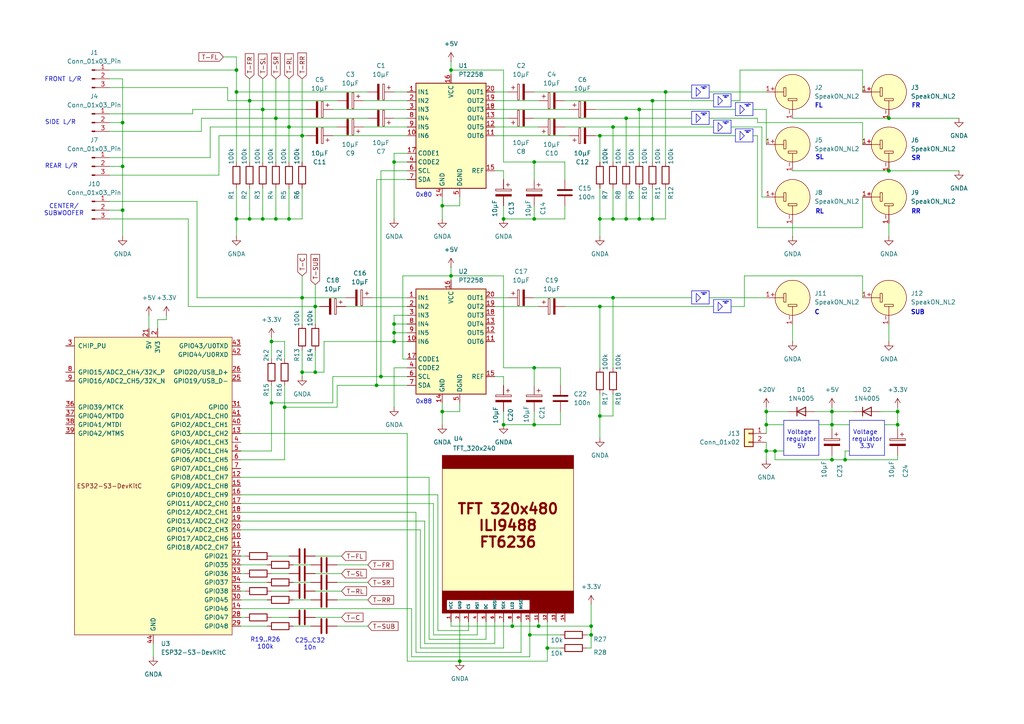
<source format=kicad_sch>
(kicad_sch (version 20250114) (generator "eeschema") (generator_version "9.0")
  (paper "A4")
  (lib_symbols
    (symbol "Audio:PT2258"
      (property "Reference" "U" (at -8.89 16.51 0))
      (property "Value" "PT2258" (at 6.35 16.51 0))
      (symbol "PT2258_1_1"
        (pin input line (at -12.7 12.7 0) (length 2.54) (name "IN1") (number "1"))
        (pin input line (at -12.7 10.16 0) (length 2.54) (name "IN2") (number "2"))
        (pin input line (at -12.7 7.62 0) (length 2.54) (name "IN3") (number "3"))
        (pin input line (at -12.7 5.08 0) (length 2.54) (name "IN4") (number "8"))
        (pin input line (at -12.7 2.54 0) (length 2.54) (name "IN5") (number "9"))
        (pin input line (at -12.7 0 0) (length 2.54) (name "IN6") (number "10"))
        (pin input line (at -12.7 -5.08 0) (length 2.54) (name "CODE1") (number "17"))
        (pin input line (at -12.7 -7.62 0) (length 2.54) (name "CODE2") (number "4"))
        (pin bidirectional line (at -12.7 -10.16 0) (length 2.54) (name "SCL") (number "6"))
        (pin bidirectional line (at -12.7 -12.7 0) (length 2.54) (name "SDA") (number "7"))
        (pin power_in line (at -2.54 -17.78 90) (length 2.54) (name "GND") (number "14"))
        (pin power_in line (at 0 17.78 270) (length 2.54) (name "VCC") (number "16"))
        (pin power_in line (at 2.54 -17.78 90) (length 2.54) (name "DGND") (number "5"))
        (pin output line (at 12.7 12.7 180) (length 2.54) (name "OUT1") (number "20"))
        (pin output line (at 12.7 10.16 180) (length 2.54) (name "OUT2") (number "19"))
        (pin output line (at 12.7 7.62 180) (length 2.54) (name "OUT3") (number "18"))
        (pin output line (at 12.7 5.08 180) (length 2.54) (name "OUT4") (number "13"))
        (pin output line (at 12.7 2.54 180) (length 2.54) (name "OUT5") (number "12"))
        (pin output line (at 12.7 0 180) (length 2.54) (name "OUT6") (number "11"))
        (pin output line (at 12.7 -10.16 180) (length 2.54) (name "REF") (number "15"))
      )
    )
    (symbol "Connector:Conn_01x03_Pin" (pin_names (offset 1.016) (hide yes))
      (property "Reference" "J" (at 0 5.08 0))
      (property "Value" "Conn_01x03_Pin" (at 0 -5.08 0))
      (symbol "Conn_01x03_Pin_1_1"
        (pin passive line (at 5.08 2.54 180) (length 3.81) (name "Pin_1") (number "1"))
        (pin passive line (at 5.08 0 180) (length 3.81) (name "Pin_2") (number "2"))
        (pin passive line (at 5.08 -2.54 180) (length 3.81) (name "Pin_3") (number "3"))
      )
    )
    (symbol "Connector_Audio:SpeakON_NL2" (pin_names (hide yes))
      (property "Reference" "J" (at 2.54 8.89 0))
      (property "Value" "SpeakON_NL2" (at 7.62 6.35 0))
      (symbol "SpeakON_NL2_0_1"
        (pin passive line (at -7.62 0 0) (length 2.54) (name "1-") (number "1-"))
      )
      (symbol "SpeakON_NL2_1_1"
        (pin passive line (at 0 7.62 270) (length 2.54) (name "1+") (number "1+"))
      )
    )
    (symbol "Connector_Generic:Conn_01x02" (pin_names (offset 1.016) (hide yes))
      (property "Reference" "J" (at 0 2.54 0))
      (property "Value" "Conn_01x02" (at 0 -5.08 0))
      (symbol "Conn_01x02_1_1"
        (pin passive line (at -5.08 0 0) (length 3.81) (name "Pin_1") (number "1"))
        (pin passive line (at -5.08 -2.54 0) (length 3.81) (name "Pin_2") (number "2"))
      )
    )
    (symbol "Device:C" (pin_numbers (hide yes)) (pin_names (offset 0.254))
      (property "Reference" "C" (at 0.635 2.54 0))
      (property "Value" "C" (at 0.635 -2.54 0))
      (symbol "C_1_1"
        (pin passive line (at 0 3.81 270) (length 2.794) (name "~") (number "1"))
        (pin passive line (at 0 -3.81 90) (length 2.794) (name "~") (number "2"))
      )
    )
    (symbol "Device:C_Polarized" (pin_numbers (hide yes)) (pin_names (offset 0.254))
      (property "Reference" "C" (at 0.635 2.54 0))
      (property "Value" "C_Polarized" (at 0.635 -2.54 0))
      (symbol "C_Polarized_1_1"
        (pin passive line (at 0 3.81 270) (length 2.794) (name "~") (number "1"))
        (pin passive line (at 0 -3.81 90) (length 2.794) (name "~") (number "2"))
      )
    )
    (symbol "Device:D" (pin_numbers (hide yes)) (pin_names (offset 1.016) (hide yes))
      (property "Reference" "D" (at 0 2.54 0))
      (property "Value" "D" (at 0 -2.54 0))
      (symbol "D_1_1"
        (pin passive line (at -3.81 0 0) (length 2.54) (name "K") (number "1"))
        (pin passive line (at 3.81 0 180) (length 2.54) (name "A") (number "2"))
      )
    )
    (symbol "Device:R" (pin_numbers (hide yes)) (pin_names (offset 0))
      (property "Reference" "R" (at 2.032 0 90))
      (property "Value" "R" (at 0 0 90))
      (symbol "R_1_1"
        (pin passive line (at 0 3.81 270) (length 1.27) (name "~") (number "1"))
        (pin passive line (at 0 -3.81 90) (length 1.27) (name "~") (number "2"))
      )
    )
    (symbol "Espressif:ESP32-S3-DevKitC" (pin_names (offset 1.016))
      (property "Reference" "U" (at -22.86 48.26 0))
      (property "Value" "ESP32-S3-DevKitC" (at -22.86 45.72 0))
      (symbol "ESP32-S3-DevKitC_0_0"
        (text "ESP32-S3-DevKitC" (at -12.7 0 0) (effects (font (size 1.27 1.27))))
        (pin bidirectional line (at -25.4 15.24 0) (length 2.54) (name "GPIO42/MTMS") (number "39"))
        (pin power_in line (at 0 -45.72 90) (length 2.54) (name "GND") (number "44"))
        (pin bidirectional line (at 25.4 40.64 180) (length 2.54) (name "GPIO43/U0TXD") (number "43"))
        (pin bidirectional line (at 25.4 38.1 180) (length 2.54) (name "GPIO44/U0RXD") (number "42"))
        (pin bidirectional line (at 25.4 20.32 180) (length 2.54) (name "GPIO1/ADC1_CH0") (number "41"))
        (pin bidirectional line (at 25.4 17.78 180) (length 2.54) (name "GPIO2/ADC1_CH1") (number "40"))
        (pin bidirectional line (at 25.4 -10.16 180) (length 2.54) (name "GPIO13/ADC2_CH2") (number "19"))
        (pin bidirectional line (at 25.4 -35.56 180) (length 2.54) (name "GPIO46") (number "14"))
      )
      (symbol "ESP32-S3-DevKitC_0_1"
        (pin power_in line (at 1.27 45.72 270) (length 2.54) (name "3V3") (number "2"))
      )
      (symbol "ESP32-S3-DevKitC_1_1"
        (pin input line (at -25.4 40.64 0) (length 2.54) (name "CHIP_PU") (number "3"))
        (pin bidirectional line (at -25.4 33.02 0) (length 2.54) (name "GPIO15/ADC2_CH4/32K_P") (number "8"))
        (pin bidirectional line (at -25.4 30.48 0) (length 2.54) (name "GPIO16/ADC2_CH5/32K_N") (number "9"))
        (pin bidirectional line (at -25.4 22.86 0) (length 2.54) (name "GPIO39/MTCK") (number "36"))
        (pin bidirectional line (at -25.4 20.32 0) (length 2.54) (name "GPIO40/MTDO") (number "37"))
        (pin bidirectional line (at -25.4 17.78 0) (length 2.54) (name "GPIO41/MTDI") (number "38"))
        (pin power_in line (at -1.27 45.72 270) (length 2.54) (name "5V") (number "21"))
        (pin passive line (at 0 -45.72 90) (length 2.54) (hide yes) (name "GND") (number "22"))
        (pin passive line (at 0 -45.72 90) (length 2.54) (hide yes) (name "GND") (number "23"))
        (pin passive line (at 0 -45.72 90) (length 2.54) (hide yes) (name "GND") (number "24"))
        (pin passive line (at 1.27 45.72 270) (length 2.54) (hide yes) (name "3V3") (number "1"))
        (pin bidirectional line (at 25.4 33.02 180) (length 2.54) (name "GPIO20/USB_D+") (number "26"))
        (pin bidirectional line (at 25.4 30.48 180) (length 2.54) (name "GPIO19/USB_D-") (number "25"))
        (pin bidirectional line (at 25.4 22.86 180) (length 2.54) (name "GPIO0") (number "31"))
        (pin bidirectional line (at 25.4 15.24 180) (length 2.54) (name "GPIO3/ADC1_CH2") (number "13"))
        (pin bidirectional line (at 25.4 12.7 180) (length 2.54) (name "GPIO4/ADC1_CH3") (number "4"))
        (pin bidirectional line (at 25.4 10.16 180) (length 2.54) (name "GPIO5/ADC1_CH4") (number "5"))
        (pin bidirectional line (at 25.4 7.62 180) (length 2.54) (name "GPIO6/ADC1_CH5") (number "6"))
        (pin bidirectional line (at 25.4 5.08 180) (length 2.54) (name "GPIO7/ADC1_CH6") (number "7"))
        (pin bidirectional line (at 25.4 2.54 180) (length 2.54) (name "GPIO8/ADC1_CH7") (number "12"))
        (pin bidirectional line (at 25.4 0 180) (length 2.54) (name "GPIO9/ADC1_CH8") (number "15"))
        (pin bidirectional line (at 25.4 -2.54 180) (length 2.54) (name "GPIO10/ADC1_CH9") (number "16"))
        (pin bidirectional line (at 25.4 -5.08 180) (length 2.54) (name "GPIO11/ADC2_CH0") (number "17"))
        (pin bidirectional line (at 25.4 -7.62 180) (length 2.54) (name "GPIO12/ADC2_CH1") (number "18"))
        (pin bidirectional line (at 25.4 -12.7 180) (length 2.54) (name "GPIO14/ADC2_CH3") (number "20"))
        (pin bidirectional line (at 25.4 -15.24 180) (length 2.54) (name "GPIO17/ADC2_CH6") (number "10"))
        (pin bidirectional line (at 25.4 -17.78 180) (length 2.54) (name "GPIO18/ADC2_CH7") (number "11"))
        (pin bidirectional line (at 25.4 -20.32 180) (length 2.54) (name "GPIO21") (number "27"))
        (pin bidirectional line (at 25.4 -22.86 180) (length 2.54) (name "GPIO35") (number "32"))
        (pin bidirectional line (at 25.4 -25.4 180) (length 2.54) (name "GPIO36") (number "33"))
        (pin bidirectional line (at 25.4 -27.94 180) (length 2.54) (name "GPIO37") (number "34"))
        (pin bidirectional line (at 25.4 -30.48 180) (length 2.54) (name "GPIO38") (number "35"))
        (pin bidirectional line (at 25.4 -33.02 180) (length 2.54) (name "GPIO45") (number "30"))
        (pin bidirectional line (at 25.4 -38.1 180) (length 2.54) (name "GPIO47") (number "28"))
        (pin bidirectional line (at 25.4 -40.64 180) (length 2.54) (name "GPIO48") (number "29"))
      )
    )
    (symbol "power:+24V" (power) (pin_numbers (hide yes)) (pin_names (offset 0) (hide yes))
      (property "Value" "+24V" (at 0 3.556 0))
      (symbol "+24V_1_1"
        (pin power_in line (at 0 0 90) (length 0) (name "~") (number "1"))
      )
    )
    (symbol "power:+3.3V" (power) (pin_numbers (hide yes)) (pin_names (offset 0) (hide yes))
      (property "Value" "+3.3V" (at 0 3.556 0))
      (symbol "+3.3V_1_1"
        (pin power_in line (at 0 0 90) (length 0) (name "~") (number "1"))
      )
    )
    (symbol "power:+5V" (power) (pin_numbers (hide yes)) (pin_names (offset 0) (hide yes))
      (property "Value" "+5V" (at 0 3.556 0))
      (symbol "+5V_1_1"
        (pin power_in line (at 0 0 90) (length 0) (name "~") (number "1"))
      )
    )
    (symbol "power:GNDA" (power) (pin_numbers (hide yes)) (pin_names (offset 0) (hide yes))
      (property "Value" "GNDA" (at 0 -3.81 0))
      (symbol "GNDA_1_1"
        (pin power_in line (at 0 0 270) (length 0) (name "~") (number "1"))
      )
    )
    (symbol "tft_320x240:TFT_320x240" (pin_names (offset 1.016))
      (property "Reference" "U4" (at -15.748 50.546 0))
      (property "Value" "TFT_320x240" (at -16.002 47.752 0))
      (symbol "TFT_320x240_1_1"
        (text "TFT 320x480\nILI9488\nFT6236" (at 0 25.4 0) (effects (font (size 2.9972 2.9972) (bold yes))))
        (pin power_in line (at -16.51 -2.54 90) (length 2.54) (name "VCC") (number "1"))
        (pin bidirectional line (at -13.97 -2.54 90) (length 2.54) (name "GND") (number "2"))
        (pin bidirectional line (at -11.43 -2.54 90) (length 2.54) (name "CS") (number "3"))
        (pin bidirectional line (at -8.89 -2.54 90) (length 2.54) (name "RST") (number "4"))
        (pin bidirectional line (at -6.35 -2.54 90) (length 2.54) (name "DC") (number "5"))
        (pin bidirectional line (at -3.81 -2.54 90) (length 2.54) (name "MOSI") (number "6"))
        (pin bidirectional line (at -1.27 -2.54 90) (length 2.54) (name "SCK") (number "7"))
        (pin power_in line (at 1.27 -2.54 90) (length 2.54) (name "LED") (number "8"))
        (pin bidirectional line (at 3.81 -2.54 90) (length 2.54) (name "MISO") (number "9"))
        (pin bidirectional line (at 6.35 -2.54 90) (length 2.54) (name "~") (number "10"))
        (pin bidirectional line (at 8.89 -2.54 90) (length 2.54) (name "~") (number "11"))
        (pin bidirectional line (at 11.43 -2.54 90) (length 2.54) (name "~") (number "12"))
        (pin bidirectional line (at 13.97 -2.54 90) (length 2.54) (name "~") (number "13"))
        (pin bidirectional line (at 16.51 -2.54 90) (length 2.54) (name "~") (number "14"))
      )
    )
  )
  (text "Amplifier\n60W" (at 210.5147 35.8377 0) (effects (font (size 0.2794 0.2794))))
  (text "0x80" (at 122.936 56.642 0) (effects (font (size 1.27 1.27))))
  (text "Voltage \nregulator\n5V" (at 232.41 127.508 0) (effects (font (size 1.27 1.27))))
  (text "CENTER/\nSUBWOOFER\n" (at 18.542 60.96 0) (effects (font (size 1.27 1.27))))
  (text "SR" (at 265.684 45.974 0) (effects (font (size 1.27 1.27) (thickness 0.254) (bold yes))))
  (text "REAR L/R" (at 17.78 48.26 0) (effects (font (size 1.27 1.27))))
  (text "SIDE L/R" (at 17.526 35.56 0) (effects (font (size 1.27 1.27))))
  (text "R19..R26\n100k" (at 76.962 186.69 0) (effects (font (size 1.27 1.27))))
  (text "C25..C32\n10n" (at 89.916 186.944 0) (effects (font (size 1.27 1.27))))
  (text "Amplifier\n60W" (at 216.8647 30.7577 0) (effects (font (size 0.2794 0.2794))))
  (text "Amplifier\n60W" (at 210.5147 87.9077 0) (effects (font (size 0.2794 0.2794))))
  (text "FRONT L/R" (at 18.288 23.114 0) (effects (font (size 1.27 1.27))))
  (text "FR" (at 265.684 30.734 0) (effects (font (size 1.27 1.27) (thickness 0.254) (bold yes))))
  (text "FL" (at 237.49 30.734 0) (effects (font (size 1.27 1.27) (thickness 0.254) (bold yes))))
  (text "RL" (at 237.744 61.468 0) (effects (font (size 1.27 1.27) (thickness 0.254) (bold yes))))
  (text "Amplifier\n60W" (at 204.1647 25.6777 0) (effects (font (size 0.2794 0.2794))))
  (text "RR" (at 265.684 61.468 0) (effects (font (size 1.27 1.27) (thickness 0.254) (bold yes))))
  (text "Voltage \nregulator\n3.3V" (at 251.46 127.508 0) (effects (font (size 1.27 1.27))))
  (text "SL" (at 237.744 45.72 0) (effects (font (size 1.27 1.27) (thickness 0.254) (bold yes))))
  (text "0x88" (at 122.936 116.586 0) (effects (font (size 1.27 1.27))))
  (text "Amplifier\n60W" (at 204.1647 33.2977 0) (effects (font (size 0.2794 0.2794))))
  (text "Amplifier\n60W" (at 216.8647 38.3777 0) (effects (font (size 0.2794 0.2794))))
  (text "Amplifier\n60W" (at 204.1647 85.3677 0) (effects (font (size 0.2794 0.2794))))
  (text "C" (at 236.982 90.678 0) (effects (font (size 1.27 1.27) (thickness 0.254) (bold yes))))
  (text "Amplifier\n60W" (at 210.5147 28.2177 0) (effects (font (size 0.2794 0.2794))))
  (text "SUB" (at 266.192 90.678 0) (effects (font (size 1.27 1.27) (thickness 0.254) (bold yes))))
  (junction (at 114.3 96.52))
  (junction (at 114.3 93.98))
  (junction (at 173.99 39.37))
  (junction (at 91.44 88.9))
  (junction (at 171.45 184.15))
  (junction (at 193.04 26.67))
  (junction (at 173.99 88.9))
  (junction (at 154.94 123.19))
  (junction (at 185.42 63.5))
  (junction (at 130.81 20.32))
  (junction (at 72.39 29.21))
  (junction (at 241.3 123.19))
  (junction (at 72.39 63.5))
  (junction (at 130.81 80.01))
  (junction (at 80.01 34.29))
  (junction (at 83.82 36.83))
  (junction (at 78.74 116.84))
  (junction (at 80.01 63.5))
  (junction (at 76.2 31.75))
  (junction (at 68.58 63.5))
  (junction (at 68.58 20.32))
  (junction (at 114.3 46.99))
  (junction (at 257.81 49.53))
  (junction (at 156.21 181.61))
  (junction (at 222.25 130.81))
  (junction (at 177.8 63.5))
  (junction (at 76.2 63.5))
  (junction (at 154.94 106.68))
  (junction (at 185.42 31.75))
  (junction (at 257.81 34.29))
  (junction (at 148.59 181.61))
  (junction (at 222.25 123.19))
  (junction (at 35.56 48.26))
  (junction (at 91.44 107.95))
  (junction (at 87.63 107.95))
  (junction (at 181.61 34.29))
  (junction (at 78.74 99.06))
  (junction (at 153.67 184.15))
  (junction (at 128.27 119.38))
  (junction (at 110.49 109.22))
  (junction (at 35.56 60.96))
  (junction (at 260.35 119.38))
  (junction (at 260.35 123.19))
  (junction (at 128.27 59.69))
  (junction (at 177.8 86.36))
  (junction (at 146.05 63.5))
  (junction (at 87.63 86.36))
  (junction (at 154.94 63.5))
  (junction (at 189.23 63.5))
  (junction (at 224.79 130.81))
  (junction (at 173.99 120.65))
  (junction (at 83.82 63.5))
  (junction (at 241.3 133.35))
  (junction (at 114.3 99.06))
  (junction (at 146.05 123.19))
  (junction (at 181.61 63.5))
  (junction (at 222.25 119.38))
  (junction (at 82.55 118.11))
  (junction (at 68.58 26.67))
  (junction (at 245.11 133.35))
  (junction (at 171.45 181.61))
  (junction (at 109.22 111.76))
  (junction (at 241.3 119.38))
  (junction (at 189.23 29.21))
  (junction (at 173.99 63.5))
  (junction (at 177.8 36.83))
  (junction (at 133.35 191.77))
  (junction (at 154.94 46.99))
  (junction (at 158.75 187.96))
  (junction (at 87.63 39.37))
  (junction (at 35.56 35.56))
  (wire (pts (xy 57.15 58.42) (xy 57.15 86.36)))
  (polyline (pts (xy 214.63 30.48) (xy 215.9 31.75)))
  (polyline (pts (xy 213.3087 41.1717) (xy 218.3887 41.1717)))
  (wire (pts (xy 78.74 97.79) (xy 78.74 99.06)))
  (wire (pts (xy 185.42 54.61) (xy 185.42 63.5)))
  (wire (pts (xy 57.15 86.36) (xy 87.63 86.36)))
  (wire (pts (xy 241.3 119.38) (xy 241.3 123.19)))
  (wire (pts (xy 222.25 41.91) (xy 222.25 31.75)))
  (wire (pts (xy 96.52 109.22) (xy 110.49 109.22)))
  (wire (pts (xy 100.33 88.9) (xy 118.11 88.9)))
  (wire (pts (xy 72.39 22.86) (xy 72.39 29.21)))
  (wire (pts (xy 222.25 128.27) (xy 222.25 130.81)))
  (wire (pts (xy 256.54 123.19) (xy 260.35 123.19)))
  (wire (pts (xy 146.05 187.96) (xy 121.92 187.96)))
  (wire (pts (xy 146.05 80.01) (xy 130.81 80.01)))
  (wire (pts (xy 143.51 39.37) (xy 165.1 39.37)))
  (polyline (pts (xy 208.28 35.56) (xy 209.55 36.83)))
  (wire (pts (xy 118.11 44.45) (xy 114.3 44.45)))
  (wire (pts (xy 114.3 34.29) (xy 118.11 34.29)))
  (wire (pts (xy 110.49 109.22) (xy 110.49 49.53)))
  (wire (pts (xy 91.44 93.98) (xy 91.44 88.9)))
  (polyline (pts (xy 218.3887 29.7417) (xy 218.3887 33.5517)))
  (wire (pts (xy 109.22 52.07) (xy 118.11 52.07)))
  (wire (pts (xy 241.3 118.11) (xy 241.3 119.38)))
  (wire (pts (xy 87.63 54.61) (xy 87.63 63.5)))
  (wire (pts (xy 162.56 111.76) (xy 162.56 106.68)))
  (wire (pts (xy 124.46 185.42) (xy 124.46 138.43)))
  (wire (pts (xy 31.75 33.02) (xy 55.88 33.02)))
  (wire (pts (xy 133.35 191.77) (xy 158.75 191.77)))
  (polyline (pts (xy 227.33 121.92) (xy 227.33 132.08)))
  (wire (pts (xy 69.85 161.29) (xy 71.12 161.29)))
  (wire (pts (xy 55.88 31.75) (xy 76.2 31.75)))
  (wire (pts (xy 124.46 138.43) (xy 69.85 138.43)))
  (wire (pts (xy 87.63 80.01) (xy 87.63 86.36)))
  (wire (pts (xy 224.79 133.35) (xy 224.79 130.81)))
  (wire (pts (xy 162.56 119.38) (xy 162.56 123.19)))
  (wire (pts (xy 189.23 46.99) (xy 189.23 29.21)))
  (wire (pts (xy 69.85 163.83) (xy 77.47 163.83)))
  (polyline (pts (xy 200.6087 36.0917) (xy 205.6887 36.0917)))
  (polyline (pts (xy 208.28 27.94) (xy 209.55 29.21)))
  (wire (pts (xy 170.18 184.15) (xy 171.45 184.15)))
  (wire (pts (xy 153.67 184.15) (xy 162.56 184.15)))
  (wire (pts (xy 212.09 88.9) (xy 215.9 88.9)))
  (polyline (pts (xy 213.3087 29.7417) (xy 213.3087 33.5517)))
  (wire (pts (xy 250.19 66.04) (xy 219.71 66.04)))
  (wire (pts (xy 72.39 54.61) (xy 72.39 63.5)))
  (wire (pts (xy 31.75 50.8) (xy 63.5 50.8)))
  (wire (pts (xy 148.59 180.34) (xy 148.59 181.61)))
  (wire (pts (xy 80.01 46.99) (xy 80.01 34.29)))
  (wire (pts (xy 212.09 29.21) (xy 214.63 29.21)))
  (wire (pts (xy 193.04 54.61) (xy 193.04 63.5)))
  (wire (pts (xy 69.85 133.35) (xy 82.55 133.35)))
  (wire (pts (xy 31.75 35.56) (xy 35.56 35.56)))
  (wire (pts (xy 222.25 130.81) (xy 222.25 133.35)))
  (wire (pts (xy 205.74 86.36) (xy 222.25 86.36)))
  (wire (pts (xy 222.25 119.38) (xy 222.25 123.19)))
  (wire (pts (xy 158.75 180.34) (xy 158.75 187.96)))
  (wire (pts (xy 128.27 57.15) (xy 128.27 59.69)))
  (wire (pts (xy 96.52 39.37) (xy 118.11 39.37)))
  (wire (pts (xy 154.94 123.19) (xy 146.05 123.19)))
  (wire (pts (xy 138.43 184.15) (xy 125.73 184.15)))
  (wire (pts (xy 31.75 22.86) (xy 35.56 22.86)))
  (wire (pts (xy 143.51 88.9) (xy 156.21 88.9)))
  (wire (pts (xy 222.25 130.81) (xy 224.79 130.81)))
  (wire (pts (xy 80.01 54.61) (xy 80.01 63.5)))
  (wire (pts (xy 68.58 20.32) (xy 68.58 26.67)))
  (wire (pts (xy 133.35 116.84) (xy 133.35 119.38)))
  (wire (pts (xy 114.3 26.67) (xy 118.11 26.67)))
  (polyline (pts (xy 201.93 87.63) (xy 203.2 86.36)))
  (wire (pts (xy 222.25 123.19) (xy 227.33 123.19)))
  (wire (pts (xy 69.85 181.61) (xy 77.47 181.61)))
  (wire (pts (xy 177.8 86.36) (xy 200.66 86.36)))
  (wire (pts (xy 78.74 166.37) (xy 83.82 166.37)))
  (polyline (pts (xy 206.9587 31.0117) (xy 212.0387 31.0117)))
  (wire (pts (xy 128.27 59.69) (xy 128.27 63.5)))
  (wire (pts (xy 128.27 116.84) (xy 128.27 119.38)))
  (wire (pts (xy 80.01 63.5) (xy 76.2 63.5)))
  (wire (pts (xy 68.58 16.51) (xy 68.58 20.32)))
  (polyline (pts (xy 256.54 121.92) (xy 256.54 132.08)))
  (wire (pts (xy 177.8 86.36) (xy 154.94 86.36)))
  (wire (pts (xy 260.35 118.11) (xy 260.35 119.38)))
  (wire (pts (xy 63.5 39.37) (xy 87.63 39.37)))
  (wire (pts (xy 193.04 26.67) (xy 200.66 26.67)))
  (wire (pts (xy 69.85 166.37) (xy 71.12 166.37)))
  (wire (pts (xy 85.09 163.83) (xy 90.17 163.83)))
  (wire (pts (xy 151.13 189.23) (xy 120.65 189.23)))
  (wire (pts (xy 173.99 106.68) (xy 173.99 88.9)))
  (polyline (pts (xy 201.93 35.56) (xy 203.2 34.29)))
  (wire (pts (xy 82.55 111.76) (xy 82.55 118.11)))
  (wire (pts (xy 87.63 86.36) (xy 100.33 86.36)))
  (wire (pts (xy 87.63 107.95) (xy 87.63 109.22)))
  (wire (pts (xy 156.21 181.61) (xy 148.59 181.61)))
  (wire (pts (xy 91.44 179.07) (xy 99.06 179.07)))
  (wire (pts (xy 143.51 109.22) (xy 146.05 109.22)))
  (wire (pts (xy 35.56 68.58) (xy 35.56 60.96)))
  (wire (pts (xy 128.27 119.38) (xy 128.27 123.19)))
  (wire (pts (xy 125.73 184.15) (xy 125.73 146.05)))
  (wire (pts (xy 255.27 119.38) (xy 260.35 119.38)))
  (wire (pts (xy 250.19 86.36) (xy 250.19 80.01)))
  (wire (pts (xy 177.8 63.5) (xy 173.99 63.5)))
  (wire (pts (xy 229.87 64.77) (xy 229.87 68.58)))
  (wire (pts (xy 237.49 123.19) (xy 241.3 123.19)))
  (wire (pts (xy 143.51 186.69) (xy 123.19 186.69)))
  (wire (pts (xy 171.45 181.61) (xy 156.21 181.61)))
  (wire (pts (xy 66.04 29.21) (xy 72.39 29.21)))
  (wire (pts (xy 82.55 118.11) (xy 97.79 118.11)))
  (polyline (pts (xy 212.0387 86.8917) (xy 212.0387 90.7017)))
  (wire (pts (xy 193.04 26.67) (xy 154.94 26.67)))
  (wire (pts (xy 250.19 35.56) (xy 219.71 35.56)))
  (wire (pts (xy 118.11 96.52) (xy 114.3 96.52)))
  (wire (pts (xy 212.09 36.83) (xy 220.98 36.83)))
  (wire (pts (xy 250.19 20.32) (xy 214.63 20.32)))
  (wire (pts (xy 69.85 179.07) (xy 71.12 179.07)))
  (wire (pts (xy 154.94 59.69) (xy 154.94 63.5)))
  (wire (pts (xy 229.87 49.53) (xy 257.81 49.53)))
  (wire (pts (xy 118.11 111.76) (xy 109.22 111.76)))
  (wire (pts (xy 97.79 118.11) (xy 97.79 111.76)))
  (wire (pts (xy 118.11 191.77) (xy 133.35 191.77)))
  (wire (pts (xy 163.83 59.69) (xy 163.83 63.5)))
  (polyline (pts (xy 205.6887 84.3517) (xy 205.6887 88.1617)))
  (wire (pts (xy 163.83 46.99) (xy 154.94 46.99)))
  (wire (pts (xy 177.8 36.83) (xy 207.01 36.83)))
  (polyline (pts (xy 200.6087 84.3517) (xy 200.6087 88.1617)))
  (wire (pts (xy 170.18 187.96) (xy 171.45 187.96)))
  (wire (pts (xy 114.3 44.45) (xy 114.3 46.99)))
  (wire (pts (xy 257.81 64.77) (xy 257.81 68.58)))
  (wire (pts (xy 35.56 48.26) (xy 35.56 60.96)))
  (polyline (pts (xy 200.6087 24.6617) (xy 200.6087 28.4717)))
  (wire (pts (xy 87.63 107.95) (xy 91.44 107.95)))
  (wire (pts (xy 116.84 80.01) (xy 130.81 80.01)))
  (wire (pts (xy 123.19 151.13) (xy 69.85 151.13)))
  (wire (pts (xy 154.94 119.38) (xy 154.94 123.19)))
  (wire (pts (xy 83.82 63.5) (xy 80.01 63.5)))
  (polyline (pts (xy 201.93 25.4) (xy 203.2 26.67)))
  (wire (pts (xy 91.44 82.55) (xy 91.44 88.9)))
  (wire (pts (xy 250.19 26.67) (xy 250.19 20.32)))
  (wire (pts (xy 68.58 46.99) (xy 68.58 26.67)))
  (wire (pts (xy 250.19 41.91) (xy 250.19 35.56)))
  (wire (pts (xy 143.51 31.75) (xy 165.1 31.75)))
  (wire (pts (xy 173.99 114.3) (xy 173.99 120.65)))
  (wire (pts (xy 107.95 86.36) (xy 118.11 86.36)))
  (wire (pts (xy 91.44 107.95) (xy 93.98 107.95)))
  (wire (pts (xy 154.94 106.68) (xy 154.94 111.76)))
  (polyline (pts (xy 200.6087 28.4717) (xy 205.6887 28.4717)))
  (wire (pts (xy 87.63 46.99) (xy 87.63 39.37)))
  (wire (pts (xy 173.99 88.9) (xy 207.01 88.9)))
  (wire (pts (xy 222.25 123.19) (xy 222.25 125.73)))
  (wire (pts (xy 245.11 130.81) (xy 245.11 133.35)))
  (wire (pts (xy 93.98 99.06) (xy 114.3 99.06)))
  (wire (pts (xy 91.44 166.37) (xy 99.06 166.37)))
  (wire (pts (xy 116.84 104.14) (xy 116.84 80.01)))
  (wire (pts (xy 153.67 190.5) (xy 119.38 190.5)))
  (wire (pts (xy 72.39 29.21) (xy 97.79 29.21)))
  (wire (pts (xy 173.99 54.61) (xy 173.99 63.5)))
  (wire (pts (xy 205.74 26.67) (xy 222.25 26.67)))
  (wire (pts (xy 44.45 186.69) (xy 44.45 190.5)))
  (polyline (pts (xy 206.9587 34.8217) (xy 212.0387 34.8217)))
  (wire (pts (xy 119.38 190.5) (xy 119.38 176.53)))
  (wire (pts (xy 154.94 52.07) (xy 154.94 46.99)))
  (wire (pts (xy 114.3 46.99) (xy 118.11 46.99)))
  (wire (pts (xy 143.51 49.53) (xy 146.05 49.53)))
  (wire (pts (xy 68.58 26.67) (xy 106.68 26.67)))
  (wire (pts (xy 97.79 181.61) (xy 106.68 181.61)))
  (wire (pts (xy 173.99 39.37) (xy 172.72 39.37)))
  (wire (pts (xy 118.11 125.73) (xy 118.11 191.77)))
  (wire (pts (xy 97.79 111.76) (xy 109.22 111.76)))
  (polyline (pts (xy 200.6087 32.2817) (xy 205.6887 32.2817)))
  (wire (pts (xy 127 143.51) (xy 127 182.88)))
  (wire (pts (xy 76.2 22.86) (xy 76.2 31.75)))
  (wire (pts (xy 66.04 25.4) (xy 66.04 29.21)))
  (wire (pts (xy 118.11 91.44) (xy 114.3 91.44)))
  (wire (pts (xy 185.42 46.99) (xy 185.42 31.75)))
  (wire (pts (xy 189.23 29.21) (xy 163.83 29.21)))
  (wire (pts (xy 173.99 63.5) (xy 173.99 68.58)))
  (wire (pts (xy 78.74 111.76) (xy 78.74 116.84)))
  (wire (pts (xy 87.63 22.86) (xy 87.63 39.37)))
  (wire (pts (xy 55.88 33.02) (xy 55.88 31.75)))
  (wire (pts (xy 87.63 39.37) (xy 88.9 39.37)))
  (wire (pts (xy 58.42 34.29) (xy 80.01 34.29)))
  (wire (pts (xy 241.3 123.19) (xy 246.38 123.19)))
  (wire (pts (xy 123.19 186.69) (xy 123.19 151.13)))
  (wire (pts (xy 96.52 31.75) (xy 118.11 31.75)))
  (wire (pts (xy 60.96 36.83) (xy 83.82 36.83)))
  (wire (pts (xy 119.38 176.53) (xy 69.85 176.53)))
  (wire (pts (xy 241.3 133.35) (xy 224.79 133.35)))
  (wire (pts (xy 158.75 187.96) (xy 158.75 191.77)))
  (wire (pts (xy 31.75 45.72) (xy 60.96 45.72)))
  (wire (pts (xy 78.74 99.06) (xy 78.74 104.14)))
  (wire (pts (xy 163.83 52.07) (xy 163.83 46.99)))
  (wire (pts (xy 87.63 63.5) (xy 83.82 63.5)))
  (wire (pts (xy 130.81 17.78) (xy 130.81 20.32)))
  (polyline (pts (xy 201.93 33.02) (xy 201.93 35.56)))
  (wire (pts (xy 31.75 20.32) (xy 68.58 20.32)))
  (wire (pts (xy 220.98 57.15) (xy 220.98 36.83)))
  (polyline (pts (xy 227.33 121.92) (xy 237.49 121.92)))
  (wire (pts (xy 143.51 34.29) (xy 147.32 34.29)))
  (wire (pts (xy 153.67 180.34) (xy 153.67 184.15)))
  (polyline (pts (xy 208.28 30.48) (xy 209.55 29.21)))
  (wire (pts (xy 64.77 16.51) (xy 68.58 16.51)))
  (polyline (pts (xy 212.0387 34.8217) (xy 212.0387 38.6317)))
  (wire (pts (xy 85.09 173.99) (xy 90.17 173.99)))
  (wire (pts (xy 171.45 187.96) (xy 171.45 184.15)))
  (wire (pts (xy 97.79 168.91) (xy 106.68 168.91)))
  (wire (pts (xy 154.94 106.68) (xy 146.05 106.68)))
  (wire (pts (xy 105.41 36.83) (xy 118.11 36.83)))
  (wire (pts (xy 177.8 46.99) (xy 177.8 36.83)))
  (wire (pts (xy 140.97 180.34) (xy 140.97 185.42)))
  (wire (pts (xy 189.23 29.21) (xy 207.01 29.21)))
  (wire (pts (xy 110.49 49.53) (xy 118.11 49.53)))
  (wire (pts (xy 133.35 59.69) (xy 128.27 59.69)))
  (wire (pts (xy 143.51 86.36) (xy 147.32 86.36)))
  (wire (pts (xy 246.38 130.81) (xy 245.11 130.81)))
  (wire (pts (xy 162.56 106.68) (xy 154.94 106.68)))
  (wire (pts (xy 121.92 187.96) (xy 121.92 153.67)))
  (wire (pts (xy 82.55 104.14) (xy 82.55 99.06)))
  (wire (pts (xy 181.61 54.61) (xy 181.61 63.5)))
  (wire (pts (xy 83.82 22.86) (xy 83.82 36.83)))
  (wire (pts (xy 143.51 29.21) (xy 156.21 29.21)))
  (polyline (pts (xy 237.49 121.92) (xy 237.49 132.08)))
  (wire (pts (xy 114.3 106.68) (xy 118.11 106.68)))
  (wire (pts (xy 127 143.51) (xy 69.85 143.51)))
  (wire (pts (xy 120.65 189.23) (xy 120.65 148.59)))
  (wire (pts (xy 58.42 38.1) (xy 58.42 34.29)))
  (wire (pts (xy 257.81 49.53) (xy 278.13 49.53)))
  (wire (pts (xy 35.56 22.86) (xy 35.56 35.56)))
  (wire (pts (xy 257.81 34.29) (xy 278.13 34.29)))
  (wire (pts (xy 229.87 93.98) (xy 229.87 99.06)))
  (wire (pts (xy 85.09 168.91) (xy 90.17 168.91)))
  (wire (pts (xy 118.11 99.06) (xy 114.3 99.06)))
  (wire (pts (xy 173.99 120.65) (xy 173.99 127)))
  (polyline (pts (xy 200.6087 24.6617) (xy 205.6887 24.6617)))
  (polyline (pts (xy 205.6887 24.6617) (xy 205.6887 28.4717)))
  (wire (pts (xy 189.23 54.61) (xy 189.23 63.5)))
  (wire (pts (xy 156.21 180.34) (xy 156.21 181.61)))
  (wire (pts (xy 193.04 63.5) (xy 189.23 63.5)))
  (wire (pts (xy 97.79 163.83) (xy 106.68 163.83)))
  (wire (pts (xy 143.51 180.34) (xy 143.51 186.69)))
  (polyline (pts (xy 206.9587 27.2017) (xy 212.0387 27.2017)))
  (wire (pts (xy 48.26 91.44) (xy 48.26 92.71)))
  (polyline (pts (xy 200.6087 84.3517) (xy 205.6887 84.3517)))
  (wire (pts (xy 31.75 38.1) (xy 58.42 38.1)))
  (wire (pts (xy 250.19 57.15) (xy 250.19 66.04)))
  (wire (pts (xy 114.3 99.06) (xy 114.3 96.52)))
  (wire (pts (xy 214.63 20.32) (xy 214.63 29.21)))
  (wire (pts (xy 177.8 106.68) (xy 177.8 86.36)))
  (wire (pts (xy 120.65 148.59) (xy 69.85 148.59)))
  (wire (pts (xy 78.74 161.29) (xy 83.82 161.29)))
  (wire (pts (xy 218.44 39.37) (xy 219.71 39.37)))
  (wire (pts (xy 260.35 123.19) (xy 260.35 124.46)))
  (wire (pts (xy 143.51 36.83) (xy 156.21 36.83)))
  (wire (pts (xy 185.42 31.75) (xy 213.36 31.75)))
  (polyline (pts (xy 214.63 38.1) (xy 214.63 40.64)))
  (wire (pts (xy 193.04 46.99) (xy 193.04 26.67)))
  (wire (pts (xy 48.26 92.71) (xy 45.72 92.71)))
  (wire (pts (xy 171.45 184.15) (xy 171.45 181.61)))
  (wire (pts (xy 222.25 57.15) (xy 220.98 57.15)))
  (polyline (pts (xy 246.38 121.92) (xy 256.54 121.92)))
  (wire (pts (xy 154.94 46.99) (xy 146.05 46.99)))
  (polyline (pts (xy 214.63 38.1) (xy 215.9 39.37)))
  (wire (pts (xy 138.43 180.34) (xy 138.43 184.15)))
  (wire (pts (xy 222.25 119.38) (xy 228.6 119.38)))
  (polyline (pts (xy 206.9587 86.8917) (xy 212.0387 86.8917)))
  (wire (pts (xy 205.74 34.29) (xy 219.71 34.29)))
  (wire (pts (xy 153.67 184.15) (xy 153.67 190.5)))
  (wire (pts (xy 177.8 120.65) (xy 173.99 120.65)))
  (wire (pts (xy 146.05 49.53) (xy 146.05 52.07)))
  (wire (pts (xy 87.63 101.6) (xy 87.63 107.95)))
  (wire (pts (xy 260.35 132.08) (xy 260.35 133.35)))
  (polyline (pts (xy 213.3087 37.3617) (xy 218.3887 37.3617)))
  (wire (pts (xy 146.05 109.22) (xy 146.05 111.76)))
  (polyline (pts (xy 208.28 87.63) (xy 208.28 90.17)))
  (wire (pts (xy 125.73 146.05) (xy 69.85 146.05)))
  (wire (pts (xy 91.44 171.45) (xy 99.06 171.45)))
  (polyline (pts (xy 246.38 121.92) (xy 246.38 132.08)))
  (wire (pts (xy 163.83 63.5) (xy 154.94 63.5)))
  (wire (pts (xy 63.5 50.8) (xy 63.5 39.37)))
  (wire (pts (xy 45.72 92.71) (xy 45.72 95.25)))
  (wire (pts (xy 146.05 106.68) (xy 146.05 80.01)))
  (wire (pts (xy 35.56 60.96) (xy 31.75 60.96)))
  (polyline (pts (xy 206.9587 38.6317) (xy 212.0387 38.6317)))
  (wire (pts (xy 78.74 171.45) (xy 83.82 171.45)))
  (wire (pts (xy 91.44 88.9) (xy 92.71 88.9)))
  (wire (pts (xy 241.3 132.08) (xy 241.3 133.35)))
  (wire (pts (xy 189.23 63.5) (xy 185.42 63.5)))
  (polyline (pts (xy 208.28 38.1) (xy 209.55 36.83)))
  (wire (pts (xy 68.58 63.5) (xy 68.58 68.58)))
  (polyline (pts (xy 206.9587 86.8917) (xy 206.9587 90.7017)))
  (wire (pts (xy 91.44 161.29) (xy 99.06 161.29)))
  (wire (pts (xy 173.99 88.9) (xy 163.83 88.9)))
  (polyline (pts (xy 201.93 85.09) (xy 201.93 87.63)))
  (wire (pts (xy 222.25 118.11) (xy 222.25 119.38)))
  (wire (pts (xy 257.81 93.98) (xy 257.81 99.06)))
  (wire (pts (xy 76.2 63.5) (xy 72.39 63.5)))
  (polyline (pts (xy 256.54 132.08) (xy 246.38 132.08)))
  (wire (pts (xy 181.61 46.99) (xy 181.61 34.29)))
  (wire (pts (xy 91.44 101.6) (xy 91.44 107.95)))
  (wire (pts (xy 219.71 35.56) (xy 219.71 34.29)))
  (wire (pts (xy 60.96 45.72) (xy 60.96 36.83)))
  (wire (pts (xy 148.59 181.61) (xy 130.81 181.61)))
  (wire (pts (xy 83.82 36.83) (xy 97.79 36.83)))
  (wire (pts (xy 93.98 107.95) (xy 93.98 99.06)))
  (wire (pts (xy 181.61 63.5) (xy 177.8 63.5)))
  (wire (pts (xy 250.19 80.01) (xy 215.9 80.01)))
  (wire (pts (xy 133.35 119.38) (xy 128.27 119.38)))
  (polyline (pts (xy 213.3087 37.3617) (xy 213.3087 41.1717)))
  (polyline (pts (xy 212.0387 27.2017) (xy 212.0387 31.0117)))
  (polyline (pts (xy 237.49 132.08) (xy 227.33 132.08)))
  (wire (pts (xy 173.99 39.37) (xy 213.36 39.37)))
  (wire (pts (xy 181.61 34.29) (xy 154.94 34.29)))
  (wire (pts (xy 219.71 66.04) (xy 219.71 39.37)))
  (wire (pts (xy 146.05 46.99) (xy 146.05 20.32)))
  (polyline (pts (xy 200.6087 32.2817) (xy 200.6087 36.0917)))
  (wire (pts (xy 69.85 130.81) (xy 78.74 130.81)))
  (polyline (pts (xy 206.9587 34.8217) (xy 206.9587 38.6317)))
  (wire (pts (xy 171.45 175.26) (xy 171.45 181.61)))
  (wire (pts (xy 185.42 31.75) (xy 172.72 31.75)))
  (wire (pts (xy 69.85 168.91) (xy 77.47 168.91)))
  (wire (pts (xy 43.18 91.44) (xy 43.18 95.25)))
  (wire (pts (xy 158.75 187.96) (xy 162.56 187.96)))
  (wire (pts (xy 224.79 130.81) (xy 227.33 130.81)))
  (wire (pts (xy 173.99 46.99) (xy 173.99 39.37)))
  (wire (pts (xy 146.05 180.34) (xy 146.05 187.96)))
  (polyline (pts (xy 200.6087 88.1617) (xy 205.6887 88.1617)))
  (polyline (pts (xy 206.9587 27.2017) (xy 206.9587 31.0117)))
  (wire (pts (xy 146.05 63.5) (xy 154.94 63.5)))
  (wire (pts (xy 105.41 29.21) (xy 118.11 29.21)))
  (wire (pts (xy 130.81 180.34) (xy 130.81 181.61)))
  (polyline (pts (xy 201.93 25.4) (xy 201.93 27.94)))
  (wire (pts (xy 135.89 180.34) (xy 135.89 182.88)))
  (wire (pts (xy 83.82 46.99) (xy 83.82 36.83)))
  (wire (pts (xy 78.74 130.81) (xy 78.74 116.84)))
  (wire (pts (xy 68.58 63.5) (xy 72.39 63.5)))
  (wire (pts (xy 162.56 123.19) (xy 154.94 123.19)))
  (wire (pts (xy 229.87 34.29) (xy 257.81 34.29)))
  (wire (pts (xy 143.51 26.67) (xy 147.32 26.67)))
  (wire (pts (xy 114.3 93.98) (xy 118.11 93.98)))
  (wire (pts (xy 236.22 119.38) (xy 241.3 119.38)))
  (wire (pts (xy 146.05 20.32) (xy 130.81 20.32)))
  (wire (pts (xy 151.13 180.34) (xy 151.13 189.23)))
  (wire (pts (xy 69.85 125.73) (xy 118.11 125.73)))
  (wire (pts (xy 241.3 133.35) (xy 245.11 133.35)))
  (wire (pts (xy 177.8 36.83) (xy 163.83 36.83)))
  (wire (pts (xy 54.61 88.9) (xy 91.44 88.9)))
  (wire (pts (xy 133.35 180.34) (xy 133.35 191.77)))
  (wire (pts (xy 177.8 54.61) (xy 177.8 63.5)))
  (polyline (pts (xy 218.3887 37.3617) (xy 218.3887 41.1717)))
  (polyline (pts (xy 214.63 33.02) (xy 215.9 31.75)))
  (wire (pts (xy 146.05 119.38) (xy 146.05 123.19)))
  (wire (pts (xy 140.97 185.42) (xy 124.46 185.42)))
  (wire (pts (xy 114.3 46.99) (xy 114.3 63.5)))
  (wire (pts (xy 69.85 173.99) (xy 77.47 173.99)))
  (polyline (pts (xy 214.63 30.48) (xy 214.63 33.02)))
  (wire (pts (xy 260.35 133.35) (xy 245.11 133.35)))
  (wire (pts (xy 185.42 63.5) (xy 181.61 63.5)))
  (polyline (pts (xy 205.6887 32.2817) (xy 205.6887 36.0917)))
  (wire (pts (xy 181.61 34.29) (xy 200.66 34.29)))
  (wire (pts (xy 146.05 59.69) (xy 146.05 63.5)))
  (wire (pts (xy 87.63 93.98) (xy 87.63 86.36)))
  (wire (pts (xy 68.58 54.61) (xy 68.58 63.5)))
  (wire (pts (xy 78.74 99.06) (xy 82.55 99.06)))
  (polyline (pts (xy 208.28 27.94) (xy 208.28 30.48)))
  (polyline (pts (xy 206.9587 90.7017) (xy 212.0387 90.7017)))
  (wire (pts (xy 54.61 63.5) (xy 54.61 88.9)))
  (wire (pts (xy 130.81 77.47) (xy 130.81 80.01)))
  (wire (pts (xy 31.75 48.26) (xy 35.56 48.26)))
  (wire (pts (xy 76.2 54.61) (xy 76.2 63.5)))
  (wire (pts (xy 215.9 80.01) (xy 215.9 88.9)))
  (wire (pts (xy 72.39 46.99) (xy 72.39 29.21)))
  (wire (pts (xy 76.2 46.99) (xy 76.2 31.75)))
  (wire (pts (xy 83.82 54.61) (xy 83.82 63.5)))
  (wire (pts (xy 114.3 91.44) (xy 114.3 93.98)))
  (wire (pts (xy 114.3 118.11) (xy 114.3 106.68)))
  (wire (pts (xy 80.01 22.86) (xy 80.01 34.29)))
  (polyline (pts (xy 201.93 85.09) (xy 203.2 86.36)))
  (wire (pts (xy 241.3 124.46) (xy 241.3 123.19)))
  (wire (pts (xy 97.79 173.99) (xy 106.68 173.99)))
  (wire (pts (xy 130.81 20.32) (xy 130.81 21.59)))
  (wire (pts (xy 133.35 57.15) (xy 133.35 59.69)))
  (wire (pts (xy 260.35 119.38) (xy 260.35 123.19)))
  (wire (pts (xy 69.85 171.45) (xy 71.12 171.45)))
  (polyline (pts (xy 213.3087 33.5517) (xy 218.3887 33.5517)))
  (wire (pts (xy 177.8 114.3) (xy 177.8 120.65)))
  (wire (pts (xy 118.11 109.22) (xy 110.49 109.22)))
  (wire (pts (xy 241.3 119.38) (xy 247.65 119.38)))
  (wire (pts (xy 135.89 182.88) (xy 127 182.88)))
  (polyline (pts (xy 201.93 33.02) (xy 203.2 34.29)))
  (polyline (pts (xy 208.28 35.56) (xy 208.28 38.1)))
  (wire (pts (xy 80.01 34.29) (xy 106.68 34.29)))
  (wire (pts (xy 31.75 58.42) (xy 57.15 58.42)))
  (wire (pts (xy 114.3 96.52) (xy 114.3 93.98)))
  (polyline (pts (xy 213.3087 29.7417) (xy 218.3887 29.7417)))
  (polyline (pts (xy 208.28 87.63) (xy 209.55 88.9)))
  (wire (pts (xy 31.75 63.5) (xy 54.61 63.5)))
  (wire (pts (xy 109.22 111.76) (xy 109.22 52.07)))
  (wire (pts (xy 96.52 116.84) (xy 96.52 109.22)))
  (polyline (pts (xy 201.93 27.94) (xy 203.2 26.67)))
  (wire (pts (xy 31.75 25.4) (xy 66.04 25.4)))
  (wire (pts (xy 78.74 116.84) (xy 96.52 116.84)))
  (wire (pts (xy 118.11 104.14) (xy 116.84 104.14)))
  (wire (pts (xy 130.81 80.01) (xy 130.81 81.28)))
  (wire (pts (xy 85.09 181.61) (xy 90.17 181.61)))
  (polyline (pts (xy 208.28 90.17) (xy 209.55 88.9)))
  (wire (pts (xy 82.55 133.35) (xy 82.55 118.11)))
  (wire (pts (xy 218.44 31.75) (xy 222.25 31.75)))
  (wire (pts (xy 78.74 179.07) (xy 83.82 179.07)))
  (wire (pts (xy 35.56 35.56) (xy 35.56 48.26)))
  (polyline (pts (xy 214.63 40.64) (xy 215.9 39.37)))
  (wire (pts (xy 76.2 31.75) (xy 88.9 31.75)))
  (wire (pts (xy 121.92 153.67) (xy 69.85 153.67)))
  (global_label "T-FL" (shape input) (at 99.06 161.29 0) (property "Intersheetrefs" "${INTERSHEET_REFS}" (effects (hide yes))))
  (global_label "T-RR" (shape input) (at 106.68 173.99 0) (property "Intersheetrefs" "${INTERSHEET_REFS}" (effects (hide yes))))
  (global_label "T-RL" (shape input) (at 83.82 22.86 90) (property "Intersheetrefs" "${INTERSHEET_REFS}" (effects (hide yes))))
  (global_label "T-RL" (shape input) (at 99.06 171.45 0) (property "Intersheetrefs" "${INTERSHEET_REFS}" (effects (hide yes))))
  (global_label "T-RR" (shape input) (at 87.63 22.86 90) (property "Intersheetrefs" "${INTERSHEET_REFS}" (effects (hide yes))))
  (global_label "T-C" (shape input) (at 87.63 80.01 90) (property "Intersheetrefs" "${INTERSHEET_REFS}" (effects (hide yes))))
  (global_label "T-FR" (shape input) (at 72.39 22.86 90) (property "Intersheetrefs" "${INTERSHEET_REFS}" (effects (hide yes))))
  (global_label "T-SL" (shape input) (at 99.06 166.37 0) (property "Intersheetrefs" "${INTERSHEET_REFS}" (effects (hide yes))))
  (global_label "T-SR" (shape input) (at 106.68 168.91 0) (property "Intersheetrefs" "${INTERSHEET_REFS}" (effects (hide yes))))
  (global_label "T-SUB" (shape input) (at 91.44 82.55 90) (property "Intersheetrefs" "${INTERSHEET_REFS}" (effects (hide yes))))
  (global_label "T-FL" (shape input) (at 64.77 16.51 180) (property "Intersheetrefs" "${INTERSHEET_REFS}" (effects (hide yes))))
  (global_label "T-SL" (shape input) (at 76.2 22.86 90) (property "Intersheetrefs" "${INTERSHEET_REFS}" (effects (hide yes))))
  (global_label "T-SUB" (shape input) (at 106.68 181.61 0) (property "Intersheetrefs" "${INTERSHEET_REFS}" (effects (hide yes))))
  (global_label "T-C" (shape input) (at 99.06 179.07 0) (property "Intersheetrefs" "${INTERSHEET_REFS}" (effects (hide yes))))
  (global_label "T-SR" (shape input) (at 80.01 22.86 90) (property "Intersheetrefs" "${INTERSHEET_REFS}" (effects (hide yes))))
  (global_label "T-FR" (shape input) (at 106.68 163.83 0) (property "Intersheetrefs" "${INTERSHEET_REFS}" (effects (hide yes))))
  (symbol (lib_id "Device:R") (at 173.99 50.8 0) (mirror y) (unit 1)
    (property "Reference" "R7" (at 175.514 57.912 90) (effects (justify left)))
    (property "Value" "100k" (at 175.514 47.752 90) (effects (justify left)))
    (property "Description" "Resistor" (effects (hide yes)))
  )
  (symbol (lib_id "power:+5V") (at 130.81 17.78 0) (unit 1)
    (property "Reference" "#PWR01" (effects (hide yes)))
    (property "Value" "+5V" (at 130.81 12.7 0))
    (property "Description" "Power symbol creates a global label with name \"+5V\"" (effects (hide yes)))
  )
  (symbol (lib_id "Device:R") (at 74.93 161.29 90) (unit 1)
    (property "Reference" "R19" (effects (hide yes)))
    (property "Value" "100k" (effects (hide yes)))
    (property "Description" "Resistor" (effects (hide yes)))
  )
  (symbol (lib_id "Device:R") (at 177.8 110.49 0) (mirror y) (unit 1)
    (property "Reference" "R18" (at 179.324 117.602 90) (effects (justify left)))
    (property "Value" "100k" (at 179.324 107.442 90) (effects (justify left)))
    (property "Description" "Resistor" (effects (hide yes)))
  )
  (symbol (lib_id "Device:C_Polarized") (at 92.71 39.37 270) (mirror x) (unit 1)
    (property "Reference" "C11" (at 92.71 46.99 90))
    (property "Value" "10µF" (at 92.71 44.45 90))
    (property "Footprint" "Capacitor_THT:CP_Radial_D6.3mm_P2.50mm" (effects (hide yes)))
    (property "Description" "Polarized capacitor" (effects (hide yes)))
  )
  (symbol (lib_id "power:GNDA") (at 35.56 68.58 0) (unit 1)
    (property "Reference" "#PWR07" (effects (hide yes)))
    (property "Value" "GNDA" (at 35.56 73.66 0))
    (property "Description" "Power symbol creates a global label with name \"GNDA\" , analog ground" (effects (hide yes)))
  )
  (symbol (lib_id "power:GNDA") (at 128.27 63.5 0) (unit 1)
    (property "Reference" "#PWR05" (effects (hide yes)))
    (property "Value" "GNDA" (at 128.27 68.58 0))
    (property "Description" "Power symbol creates a global label with name \"GNDA\" , analog ground" (effects (hide yes)))
  )
  (symbol (lib_id "Device:R") (at 177.8 50.8 0) (mirror y) (unit 1)
    (property "Reference" "R8" (at 179.324 57.912 90) (effects (justify left)))
    (property "Value" "100k" (at 179.324 47.752 90) (effects (justify left)))
    (property "Description" "Resistor" (effects (hide yes)))
  )
  (symbol (lib_id "Audio:PT2258") (at 130.81 39.37 0) (unit 1)
    (property "Reference" "U1" (at 132.9533 19.05 0) (effects (justify left)))
    (property "Value" "PT2258" (at 132.9533 21.59 0) (effects (justify left)))
    (property "Footprint" "Package_DIP:DIP-20_W7.62mm" (effects (hide yes)))
    (property "Datasheet" "http://www.princeton.com.tw/Portals/0/Product/PT2258-s.pdf" (effects (hide yes)))
    (property "Description" "6-Channel Electronic Volume Controller, DIP-20" (effects (hide yes)))
  )
  (symbol (lib_id "Connector_Generic:Conn_01x02") (at 217.17 125.73 0) (mirror y) (unit 1)
    (property "Reference" "J13" (at 214.63 125.7299 0) (effects (justify left)))
    (property "Value" "Conn_01x02" (at 214.63 128.2699 0) (effects (justify left)))
    (property "Description" "Generic connector, single row, 01x02, script generated (kicad-library-utils/schlib/autogen/connector/)" (effects (hide yes)))
  )
  (symbol (lib_id "Device:R") (at 81.28 181.61 90) (unit 1)
    (property "Reference" "R26" (effects (hide yes)))
    (property "Value" "100k" (effects (hide yes)))
    (property "Description" "Resistor" (effects (hide yes)))
  )
  (symbol (lib_id "Device:R") (at 81.28 163.83 90) (unit 1)
    (property "Reference" "R20" (effects (hide yes)))
    (property "Value" "100k" (effects (hide yes)))
    (property "Description" "Resistor" (effects (hide yes)))
  )
  (symbol (lib_id "Device:R") (at 185.42 50.8 0) (mirror y) (unit 1)
    (property "Reference" "R10" (at 186.944 57.912 90) (effects (justify left)))
    (property "Value" "100k" (at 186.944 47.752 90) (effects (justify left)))
    (property "Description" "Resistor" (effects (hide yes)))
  )
  (symbol (lib_id "Device:R") (at 82.55 107.95 0) (unit 1)
    (property "Reference" "R16" (at 81.026 115.062 90) (effects (justify left)))
    (property "Value" "2k2" (at 81.026 104.902 90) (effects (justify left)))
    (property "Description" "Resistor" (effects (hide yes)))
  )
  (symbol (lib_id "Device:C_Polarized") (at 260.35 128.27 0) (mirror y) (unit 1)
    (property "Reference" "C24" (at 262.636 136.652 90))
    (property "Value" "10µF" (at 258.572 136.144 90))
    (property "Footprint" "Capacitor_THT:CP_Radial_D6.3mm_P2.50mm" (effects (hide yes)))
    (property "Description" "Polarized capacitor" (effects (hide yes)))
  )
  (symbol (lib_id "power:+3.3V") (at 260.35 118.11 0) (unit 1)
    (property "Reference" "#PWR022" (effects (hide yes)))
    (property "Value" "+3.3V" (at 260.35 113.03 0))
    (property "Description" "Power symbol creates a global label with name \"+3.3V\"" (effects (hide yes)))
  )
  (symbol (lib_id "Device:R") (at 81.28 173.99 90) (unit 1)
    (property "Reference" "R24" (effects (hide yes)))
    (property "Value" "100k" (effects (hide yes)))
    (property "Description" "Resistor" (effects (hide yes)))
  )
  (symbol (lib_id "Device:C") (at 93.98 163.83 90) (unit 1)
    (property "Reference" "C26" (effects (hide yes)))
    (property "Value" "10n" (effects (hide yes)))
    (property "Description" "Unpolarized capacitor" (effects (hide yes)))
  )
  (symbol (lib_id "Device:R") (at 166.37 184.15 90) (unit 1)
    (property "Reference" "R27" (at 176.022 185.42 90) (effects (justify left)))
    (property "Value" "10k" (at 163.322 185.674 90) (effects (justify left)))
    (property "Description" "Resistor" (effects (hide yes)))
  )
  (symbol (lib_id "Connector_Audio:SpeakON_NL2") (at 257.81 86.36 90) (unit 1)
    (property "Reference" "J12" (at 264.16 85.0899 90) (effects (justify right)))
    (property "Value" "SpeakON_NL2" (at 264.16 87.6299 90) (effects (justify right)))
    (property "Datasheet" "http://www.neutrik.com/en/speakon/" (effects (hide yes)))
    (property "Description" "speakON Connector, Male or Female, NL2" (effects (hide yes)))
  )
  (symbol (lib_id "power:GNDA") (at 229.87 68.58 0) (unit 1)
    (property "Reference" "#PWR010" (effects (hide yes)))
    (property "Value" "GNDA" (at 229.87 73.66 0))
    (property "Description" "Power symbol creates a global label with name \"GNDA\" , analog ground" (effects (hide yes)))
  )
  (symbol (lib_id "power:GNDA") (at 68.58 68.58 0) (unit 1)
    (property "Reference" "#PWR08" (effects (hide yes)))
    (property "Value" "GNDA" (at 68.58 73.66 0))
    (property "Description" "Power symbol creates a global label with name \"GNDA\" , analog ground" (effects (hide yes)))
  )
  (symbol (lib_id "Device:C_Polarized") (at 160.02 88.9 90) (mirror x) (unit 1)
    (property "Reference" "C19" (at 160.02 81.28 90))
    (property "Value" "10µF" (at 160.02 83.82 90))
    (property "Footprint" "Capacitor_THT:CP_Radial_D6.3mm_P2.50mm" (effects (hide yes)))
    (property "Description" "Polarized capacitor" (effects (hide yes)))
  )
  (symbol (lib_id "Device:D") (at 232.41 119.38 0) (unit 1)
    (property "Reference" "D1" (at 232.41 113.03 0))
    (property "Value" "1N4005" (at 232.41 115.57 0))
    (property "Description" "Diode" (effects (hide yes)))
    (property "Sim.Device" "D" (effects (hide yes)))
    (property "Sim.Pins" "1=K 2=A" (effects (hide yes)))
  )
  (symbol (lib_id "Device:C") (at 87.63 166.37 90) (unit 1)
    (property "Reference" "C27" (effects (hide yes)))
    (property "Value" "10n" (effects (hide yes)))
    (property "Description" "Unpolarized capacitor" (effects (hide yes)))
  )
  (symbol (lib_id "power:GNDA") (at 229.87 99.06 0) (unit 1)
    (property "Reference" "#PWR016" (effects (hide yes)))
    (property "Value" "GNDA" (at 229.87 104.14 0))
    (property "Description" "Power symbol creates a global label with name \"GNDA\" , analog ground" (effects (hide yes)))
  )
  (symbol (lib_id "power:+24V") (at 222.25 118.11 0) (unit 1)
    (property "Reference" "#PWR020" (effects (hide yes)))
    (property "Value" "+20V" (at 222.25 113.03 0))
    (property "Description" "Power symbol creates a global label with name \"+24V\"" (effects (hide yes)))
  )
  (symbol (lib_id "Device:C_Polarized") (at 151.13 34.29 90) (unit 1)
    (property "Reference" "C8" (at 151.13 43.942 90))
    (property "Value" "10µF" (at 151.13 41.402 90))
    (property "Footprint" "Capacitor_THT:CP_Radial_D6.3mm_P2.50mm" (effects (hide yes)))
    (property "Description" "Polarized capacitor" (effects (hide yes)))
  )
  (symbol (lib_id "Device:C_Polarized") (at 151.13 86.36 90) (mirror x) (unit 1)
    (property "Reference" "C17" (at 151.13 78.74 90))
    (property "Value" "10µF" (at 151.13 81.28 90))
    (property "Footprint" "Capacitor_THT:CP_Radial_D6.3mm_P2.50mm" (effects (hide yes)))
    (property "Description" "Polarized capacitor" (effects (hide yes)))
  )
  (symbol (lib_id "Device:R") (at 83.82 50.8 0) (unit 1)
    (property "Reference" "R5" (at 82.296 57.912 90) (effects (justify left)))
    (property "Value" "100k" (at 82.296 47.752 90) (effects (justify left)))
    (property "Description" "Resistor" (effects (hide yes)))
  )
  (symbol (lib_id "Espressif:ESP32-S3-DevKitC") (at 44.45 140.97 0) (unit 1)
    (property "Reference" "U3" (at 46.6441 186.69 0) (effects (justify left)))
    (property "Value" "ESP32-S3-DevKitC" (at 46.6441 189.23 0) (effects (justify left)))
    (property "Footprint" "PCM_Espressif:ESP32-S3-DevKitC" (effects (hide yes)))
    (property "Description" "ESP32-S3-DevKitC" (effects (hide yes)))
  )
  (symbol (lib_id "Device:C") (at 87.63 179.07 90) (unit 1)
    (property "Reference" "C31" (effects (hide yes)))
    (property "Value" "10n" (effects (hide yes)))
    (property "Description" "Unpolarized capacitor" (effects (hide yes)))
  )
  (symbol (lib_id "Device:R") (at 74.93 171.45 90) (unit 1)
    (property "Reference" "R23" (effects (hide yes)))
    (property "Value" "100k" (effects (hide yes)))
    (property "Description" "Resistor" (effects (hide yes)))
  )
  (symbol (lib_id "Device:C_Polarized") (at 101.6 29.21 270) (unit 1)
    (property "Reference" "C3" (at 101.6 21.59 90))
    (property "Value" "10µF" (at 101.6 24.13 90))
    (property "Footprint" "Capacitor_THT:CP_Radial_D6.3mm_P2.50mm" (effects (hide yes)))
    (property "Description" "Polarized capacitor" (effects (hide yes)))
  )
  (symbol (lib_id "Device:C") (at 163.83 55.88 0) (unit 1)
    (property "Reference" "C15" (at 167.64 54.6099 0) (effects (justify left)))
    (property "Value" "100n" (at 167.64 57.1499 0) (effects (justify left)))
    (property "Description" "Unpolarized capacitor" (effects (hide yes)))
  )
  (symbol (lib_id "Device:C_Polarized") (at 160.02 36.83 90) (unit 1)
    (property "Reference" "C10" (at 160.02 44.45 90))
    (property "Value" "10µF" (at 160.02 41.91 90))
    (property "Footprint" "Capacitor_THT:CP_Radial_D6.3mm_P2.50mm" (effects (hide yes)))
    (property "Description" "Polarized capacitor" (effects (hide yes)))
  )
  (symbol (lib_id "Connector_Audio:SpeakON_NL2") (at 257.81 26.67 90) (unit 1)
    (property "Reference" "J3" (at 264.16 25.3999 90) (effects (justify right)))
    (property "Value" "SpeakON_NL2" (at 264.16 27.9399 90) (effects (justify right)))
    (property "Datasheet" "http://www.neutrik.com/en/speakon/" (effects (hide yes)))
    (property "Description" "speakON Connector, Male or Female, NL2" (effects (hide yes)))
  )
  (symbol (lib_id "Device:R") (at 80.01 50.8 0) (unit 1)
    (property "Reference" "R4" (at 78.486 57.912 90) (effects (justify left)))
    (property "Value" "100k" (at 78.486 47.752 90) (effects (justify left)))
    (property "Description" "Resistor" (effects (hide yes)))
  )
  (symbol (lib_id "power:GNDA") (at 278.13 49.53 0) (unit 1)
    (property "Reference" "#PWR03" (effects (hide yes)))
    (property "Value" "GNDA" (at 278.13 54.61 0))
    (property "Description" "Power symbol creates a global label with name \"GNDA\" , analog ground" (effects (hide yes)))
  )
  (symbol (lib_id "Device:R") (at 78.74 107.95 0) (unit 1)
    (property "Reference" "R15" (at 77.216 115.062 90) (effects (justify left)))
    (property "Value" "2k2" (at 77.216 104.902 90) (effects (justify left)))
    (property "Description" "Resistor" (effects (hide yes)))
  )
  (symbol (lib_id "Device:C_Polarized") (at 160.02 29.21 90) (mirror x) (unit 1)
    (property "Reference" "C4" (at 160.02 21.59 90))
    (property "Value" "10µF" (at 160.02 24.13 90))
    (property "Footprint" "Capacitor_THT:CP_Radial_D6.3mm_P2.50mm" (effects (hide yes)))
    (property "Description" "Polarized capacitor" (effects (hide yes)))
  )
  (symbol (lib_id "Device:R") (at 181.61 50.8 0) (mirror y) (unit 1)
    (property "Reference" "R9" (at 183.134 57.912 90) (effects (justify left)))
    (property "Value" "100k" (at 183.134 47.752 90) (effects (justify left)))
    (property "Description" "Resistor" (effects (hide yes)))
  )
  (symbol (lib_id "Device:C_Polarized") (at 101.6 36.83 270) (mirror x) (unit 1)
    (property "Reference" "C9" (at 101.6 44.45 90))
    (property "Value" "10µF" (at 101.6 41.91 90))
    (property "Footprint" "Capacitor_THT:CP_Radial_D6.3mm_P2.50mm" (effects (hide yes)))
    (property "Description" "Polarized capacitor" (effects (hide yes)))
  )
  (symbol (lib_id "Device:C") (at 162.56 115.57 0) (unit 1)
    (property "Reference" "C22" (at 166.37 114.2999 0) (effects (justify left)))
    (property "Value" "100n" (at 166.37 116.8399 0) (effects (justify left)))
    (property "Description" "Unpolarized capacitor" (effects (hide yes)))
  )
  (symbol (lib_id "Device:R") (at 87.63 50.8 0) (unit 1)
    (property "Reference" "R6" (at 86.106 57.912 90) (effects (justify left)))
    (property "Value" "100k" (at 86.106 47.752 90) (effects (justify left)))
    (property "Description" "Resistor" (effects (hide yes)))
  )
  (symbol (lib_id "power:+3.3V") (at 171.45 175.26 0) (unit 1)
    (property "Reference" "#PWR027" (effects (hide yes)))
    (property "Value" "+3.3V" (at 171.45 170.18 0))
    (property "Description" "Power symbol creates a global label with name \"+3.3V\"" (effects (hide yes)))
  )
  (symbol (lib_id "Device:R") (at 173.99 110.49 0) (mirror y) (unit 1)
    (property "Reference" "R17" (at 175.514 117.602 90) (effects (justify left)))
    (property "Value" "100k" (at 175.514 107.442 90) (effects (justify left)))
    (property "Description" "Resistor" (effects (hide yes)))
  )
  (symbol (lib_id "power:GNDA") (at 257.81 68.58 0) (unit 1)
    (property "Reference" "#PWR011" (effects (hide yes)))
    (property "Value" "GNDA" (at 257.81 73.66 0))
    (property "Description" "Power symbol creates a global label with name \"GNDA\" , analog ground" (effects (hide yes)))
  )
  (symbol (lib_id "Device:C_Polarized") (at 241.3 128.27 0) (mirror y) (unit 1)
    (property "Reference" "C23" (at 243.586 136.652 90))
    (property "Value" "10µF" (at 239.014 136.144 90))
    (property "Footprint" "Capacitor_THT:CP_Radial_D6.3mm_P2.50mm" (effects (hide yes)))
    (property "Description" "Polarized capacitor" (effects (hide yes)))
  )
  (symbol (lib_id "Connector:Conn_01x03_Pin") (at 26.67 60.96 0) (unit 1)
    (property "Reference" "J10" (at 27.305 53.34 0))
    (property "Value" "Conn_01x03_Pin" (at 27.305 55.88 0))
    (property "Footprint" "Connector_JST:JST_EH_B3B-EH-A_1x03_P2.50mm_Vertical" (effects (hide yes)))
    (property "Description" "Generic connector, single row, 01x03, script generated" (effects (hide yes)))
  )
  (symbol (lib_id "Device:R") (at 166.37 187.96 90) (unit 1)
    (property "Reference" "R28" (at 176.022 189.23 90) (effects (justify left)))
    (property "Value" "10k" (at 163.322 189.484 90) (effects (justify left)))
    (property "Description" "Resistor" (effects (hide yes)))
  )
  (symbol (lib_id "Device:R") (at 189.23 50.8 0) (mirror y) (unit 1)
    (property "Reference" "R11" (at 190.754 57.912 90) (effects (justify left)))
    (property "Value" "100k" (at 190.754 47.752 90) (effects (justify left)))
    (property "Description" "Resistor" (effects (hide yes)))
  )
  (symbol (lib_id "power:GNDA") (at 133.35 191.77 0) (unit 1)
    (property "Reference" "#PWR029" (effects (hide yes)))
    (property "Value" "GNDA" (at 133.35 196.85 0))
    (property "Description" "Power symbol creates a global label with name \"GNDA\" , analog ground" (effects (hide yes)))
  )
  (symbol (lib_id "Device:R") (at 81.28 168.91 90) (unit 1)
    (property "Reference" "R22" (effects (hide yes)))
    (property "Value" "100k" (effects (hide yes)))
    (property "Description" "Resistor" (effects (hide yes)))
  )
  (symbol (lib_id "power:+5V") (at 43.18 91.44 0) (unit 1)
    (property "Reference" "#PWR013" (effects (hide yes)))
    (property "Value" "+5V" (at 43.18 86.36 0))
    (property "Description" "Power symbol creates a global label with name \"+5V\"" (effects (hide yes)))
  )
  (symbol (lib_id "Device:C") (at 87.63 161.29 90) (unit 1)
    (property "Reference" "C25" (effects (hide yes)))
    (property "Value" "10n" (effects (hide yes)))
    (property "Description" "Unpolarized capacitor" (effects (hide yes)))
  )
  (symbol (lib_id "Device:C_Polarized") (at 154.94 115.57 0) (mirror y) (unit 1)
    (property "Reference" "C21" (at 157.226 119.634 90))
    (property "Value" "10µF" (at 152.654 120.142 90))
    (property "Footprint" "Capacitor_THT:CP_Radial_D6.3mm_P2.50mm" (effects (hide yes)))
    (property "Description" "Polarized capacitor" (effects (hide yes)))
  )
  (symbol (lib_id "Connector_Audio:SpeakON_NL2") (at 229.87 57.15 90) (unit 1)
    (property "Reference" "J8" (at 236.22 55.8799 90) (effects (justify right)))
    (property "Value" "SpeakON_NL2" (at 236.22 58.4199 90) (effects (justify right)))
    (property "Datasheet" "http://www.neutrik.com/en/speakon/" (effects (hide yes)))
    (property "Description" "speakON Connector, Male or Female, NL2" (effects (hide yes)))
  )
  (symbol (lib_id "Device:C_Polarized") (at 168.91 31.75 90) (mirror x) (unit 1)
    (property "Reference" "C6" (at 168.91 23.114 90))
    (property "Value" "10µF" (at 168.91 25.654 90))
    (property "Footprint" "Capacitor_THT:CP_Radial_D6.3mm_P2.50mm" (effects (hide yes)))
    (property "Description" "Polarized capacitor" (effects (hide yes)))
  )
  (symbol (lib_id "Device:R") (at 74.93 179.07 90) (unit 1)
    (property "Reference" "R25" (effects (hide yes)))
    (property "Value" "100k" (effects (hide yes)))
    (property "Description" "Resistor" (effects (hide yes)))
  )
  (symbol (lib_id "Device:C_Polarized") (at 151.13 26.67 90) (mirror x) (unit 1)
    (property "Reference" "C2" (at 151.13 19.05 90))
    (property "Value" "10µF" (at 151.13 21.59 90))
    (property "Footprint" "Capacitor_THT:CP_Radial_D6.3mm_P2.50mm" (effects (hide yes)))
    (property "Description" "Polarized capacitor" (effects (hide yes)))
  )
  (symbol (lib_id "power:GNDA") (at 173.99 127 0) (unit 1)
    (property "Reference" "#PWR025" (effects (hide yes)))
    (property "Value" "GNDA" (at 173.99 132.08 0))
    (property "Description" "Power symbol creates a global label with name \"GNDA\" , analog ground" (effects (hide yes)))
  )
  (symbol (lib_id "power:GNDA") (at 87.63 109.22 0) (unit 1)
    (property "Reference" "#PWR018" (effects (hide yes)))
    (property "Value" "GNDA" (at 87.63 114.3 0))
    (property "Description" "Power symbol creates a global label with name \"GNDA\" , analog ground" (effects (hide yes)))
  )
  (symbol (lib_id "power:GNDA") (at 146.05 123.19 0) (unit 1)
    (property "Reference" "#PWR024" (effects (hide yes)))
    (property "Value" "GNDA" (at 146.05 128.27 0))
    (property "Description" "Power symbol creates a global label with name \"GNDA\" , analog ground" (effects (hide yes)))
  )
  (symbol (lib_id "Device:C_Polarized") (at 146.05 115.57 0) (mirror y) (unit 1)
    (property "Reference" "C20" (at 148.082 120.396 90))
    (property "Value" "10µF" (at 143.764 120.396 90))
    (property "Footprint" "Capacitor_THT:CP_Radial_D6.3mm_P2.50mm" (effects (hide yes)))
    (property "Description" "Polarized capacitor" (effects (hide yes)))
  )
  (symbol (lib_id "Device:R") (at 193.04 50.8 0) (mirror y) (unit 1)
    (property "Reference" "R12" (at 194.564 57.912 90) (effects (justify left)))
    (property "Value" "100k" (at 194.564 47.752 90) (effects (justify left)))
    (property "Description" "Resistor" (effects (hide yes)))
  )
  (symbol (lib_id "power:+3.3V") (at 78.74 97.79 0) (unit 1)
    (property "Reference" "#PWR015" (effects (hide yes)))
    (property "Value" "+3.3V" (at 78.74 92.71 0))
    (property "Description" "Power symbol creates a global label with name \"+3.3V\"" (effects (hide yes)))
  )
  (symbol (lib_id "Connector_Audio:SpeakON_NL2") (at 229.87 41.91 90) (unit 1)
    (property "Reference" "J5" (at 236.22 40.6399 90) (effects (justify right)))
    (property "Value" "SpeakON_NL2" (at 236.22 43.1799 90) (effects (justify right)))
    (property "Datasheet" "http://www.neutrik.com/en/speakon/" (effects (hide yes)))
    (property "Description" "speakON Connector, Male or Female, NL2" (effects (hide yes)))
  )
  (symbol (lib_id "Connector:Conn_01x03_Pin") (at 26.67 22.86 0) (unit 1)
    (property "Reference" "J1" (at 27.305 15.24 0))
    (property "Value" "Conn_01x03_Pin" (at 27.305 17.78 0))
    (property "Footprint" "Connector_JST:JST_EH_B3B-EH-A_1x03_P2.50mm_Vertical" (effects (hide yes)))
    (property "Description" "Generic connector, single row, 01x03, script generated" (effects (hide yes)))
  )
  (symbol (lib_id "Audio:PT2258") (at 130.81 99.06 0) (unit 1)
    (property "Reference" "U2" (at 132.9533 78.74 0) (effects (justify left)))
    (property "Value" "PT2258" (at 132.9533 81.28 0) (effects (justify left)))
    (property "Footprint" "Package_DIP:DIP-20_W7.62mm" (effects (hide yes)))
    (property "Datasheet" "http://www.princeton.com.tw/Portals/0/Product/PT2258-s.pdf" (effects (hide yes)))
    (property "Description" "6-Channel Electronic Volume Controller, DIP-20" (effects (hide yes)))
  )
  (symbol (lib_id "Device:C_Polarized") (at 168.91 39.37 90) (unit 1)
    (property "Reference" "C12" (at 168.91 46.99 90))
    (property "Value" "10µF" (at 168.91 44.45 90))
    (property "Footprint" "Capacitor_THT:CP_Radial_D6.3mm_P2.50mm" (effects (hide yes)))
    (property "Description" "Polarized capacitor" (effects (hide yes)))
  )
  (symbol (lib_id "Device:R") (at 72.39 50.8 0) (unit 1)
    (property "Reference" "R2" (at 70.866 57.912 90) (effects (justify left)))
    (property "Value" "100k" (at 70.866 47.752 90) (effects (justify left)))
    (property "Description" "Resistor" (effects (hide yes)))
  )
  (symbol (lib_id "Device:C_Polarized") (at 104.14 86.36 270) (unit 1)
    (property "Reference" "C16" (at 104.394 79.248 90))
    (property "Value" "10µF" (at 104.394 81.788 90))
    (property "Footprint" "Capacitor_THT:CP_Radial_D6.3mm_P2.50mm" (effects (hide yes)))
    (property "Description" "Polarized capacitor" (effects (hide yes)))
  )
  (symbol (lib_id "power:+5V") (at 130.81 77.47 0) (unit 1)
    (property "Reference" "#PWR012" (effects (hide yes)))
    (property "Value" "+5V" (at 130.81 72.39 0))
    (property "Description" "Power symbol creates a global label with name \"+5V\"" (effects (hide yes)))
  )
  (symbol (lib_id "Device:C") (at 93.98 168.91 90) (unit 1)
    (property "Reference" "C28" (effects (hide yes)))
    (property "Value" "10n" (effects (hide yes)))
    (property "Description" "Unpolarized capacitor" (effects (hide yes)))
  )
  (symbol (lib_id "Device:C_Polarized") (at 92.71 31.75 270) (unit 1)
    (property "Reference" "C5" (at 92.71 23.114 90))
    (property "Value" "10µF" (at 92.71 25.654 90))
    (property "Footprint" "Capacitor_THT:CP_Radial_D6.3mm_P2.50mm" (effects (hide yes)))
    (property "Description" "Polarized capacitor" (effects (hide yes)))
  )
  (symbol (lib_id "Connector_Audio:SpeakON_NL2") (at 257.81 41.91 90) (unit 1)
    (property "Reference" "J6" (at 264.16 40.6399 90) (effects (justify right)))
    (property "Value" "SpeakON_NL2" (at 264.16 43.1799 90) (effects (justify right)))
    (property "Datasheet" "http://www.neutrik.com/en/speakon/" (effects (hide yes)))
    (property "Description" "speakON Connector, Male or Female, NL2" (effects (hide yes)))
  )
  (symbol (lib_id "Connector_Audio:SpeakON_NL2") (at 257.81 57.15 90) (unit 1)
    (property "Reference" "J9" (at 264.16 55.8799 90) (effects (justify right)))
    (property "Value" "SpeakON_NL2" (at 264.16 58.4199 90) (effects (justify right)))
    (property "Datasheet" "http://www.neutrik.com/en/speakon/" (effects (hide yes)))
    (property "Description" "speakON Connector, Male or Female, NL2" (effects (hide yes)))
  )
  (symbol (lib_id "power:GNDA") (at 44.45 190.5 0) (unit 1)
    (property "Reference" "#PWR028" (effects (hide yes)))
    (property "Value" "GNDA" (at 44.45 195.58 0))
    (property "Description" "Power symbol creates a global label with name \"GNDA\" , analog ground" (effects (hide yes)))
  )
  (symbol (lib_id "Device:C_Polarized") (at 96.52 88.9 270) (unit 1)
    (property "Reference" "C18" (at 96.52 81.28 90))
    (property "Value" "10µF" (at 96.52 83.82 90))
    (property "Footprint" "Capacitor_THT:CP_Radial_D6.3mm_P2.50mm" (effects (hide yes)))
    (property "Description" "Polarized capacitor" (effects (hide yes)))
  )
  (symbol (lib_id "Device:R") (at 87.63 97.79 0) (unit 1)
    (property "Reference" "R13" (at 86.106 104.902 90) (effects (justify left)))
    (property "Value" "100k" (at 86.106 94.742 90) (effects (justify left)))
    (property "Description" "Resistor" (effects (hide yes)))
  )
  (symbol (lib_id "Connector_Audio:SpeakON_NL2") (at 229.87 26.67 90) (unit 1)
    (property "Reference" "J2" (at 236.22 25.3999 90) (effects (justify right)))
    (property "Value" "SpeakON_NL2" (at 236.22 27.9399 90) (effects (justify right)))
    (property "Datasheet" "http://www.neutrik.com/en/speakon/" (effects (hide yes)))
    (property "Description" "speakON Connector, Male or Female, NL2" (effects (hide yes)))
  )
  (symbol (lib_id "power:GNDA") (at 278.13 34.29 0) (unit 1)
    (property "Reference" "#PWR02" (effects (hide yes)))
    (property "Value" "GNDA" (at 278.13 39.37 0))
    (property "Description" "Power symbol creates a global label with name \"GNDA\" , analog ground" (effects (hide yes)))
  )
  (symbol (lib_id "Device:C_Polarized") (at 146.05 55.88 0) (mirror y) (unit 1)
    (property "Reference" "C13" (at 148.336 60.452 90))
    (property "Value" "10µF" (at 143.51 60.452 90))
    (property "Footprint" "Capacitor_THT:CP_Radial_D6.3mm_P2.50mm" (effects (hide yes)))
    (property "Description" "Polarized capacitor" (effects (hide yes)))
  )
  (symbol (lib_id "power:GNDA") (at 114.3 118.11 0) (unit 1)
    (property "Reference" "#PWR019" (effects (hide yes)))
    (property "Value" "GNDA" (at 114.3 123.19 0))
    (property "Description" "Power symbol creates a global label with name \"GNDA\" , analog ground" (effects (hide yes)))
  )
  (symbol (lib_id "Device:C_Polarized") (at 110.49 34.29 270) (mirror x) (unit 1)
    (property "Reference" "C7" (at 110.49 43.942 90))
    (property "Value" "10µF" (at 110.49 41.402 90))
    (property "Footprint" "Capacitor_THT:CP_Radial_D6.3mm_P2.50mm" (effects (hide yes)))
    (property "Description" "Polarized capacitor" (effects (hide yes)))
  )
  (symbol (lib_id "Connector_Audio:SpeakON_NL2") (at 229.87 86.36 90) (unit 1)
    (property "Reference" "J11" (at 236.22 85.0899 90) (effects (justify right)))
    (property "Value" "SpeakON_NL2" (at 236.22 87.6299 90) (effects (justify right)))
    (property "Datasheet" "http://www.neutrik.com/en/speakon/" (effects (hide yes)))
    (property "Description" "speakON Connector, Male or Female, NL2" (effects (hide yes)))
  )
  (symbol (lib_id "power:GNDA") (at 173.99 68.58 0) (unit 1)
    (property "Reference" "#PWR09" (effects (hide yes)))
    (property "Value" "GNDA" (at 173.99 73.66 0))
    (property "Description" "Power symbol creates a global label with name \"GNDA\" , analog ground" (effects (hide yes)))
  )
  (symbol (lib_id "Connector:Conn_01x03_Pin") (at 26.67 35.56 0) (unit 1)
    (property "Reference" "J4" (at 27.305 27.94 0))
    (property "Value" "Conn_01x03_Pin" (at 27.305 30.48 0))
    (property "Footprint" "Connector_JST:JST_EH_B3B-EH-A_1x03_P2.50mm_Vertical" (effects (hide yes)))
    (property "Description" "Generic connector, single row, 01x03, script generated" (effects (hide yes)))
  )
  (symbol (lib_id "Device:D") (at 251.46 119.38 0) (unit 1)
    (property "Reference" "D2" (at 251.46 113.03 0))
    (property "Value" "1N4005" (at 251.46 115.57 0))
    (property "Description" "Diode" (effects (hide yes)))
    (property "Sim.Device" "D" (effects (hide yes)))
    (property "Sim.Pins" "1=K 2=A" (effects (hide yes)))
  )
  (symbol (lib_id "Device:R") (at 74.93 166.37 90) (unit 1)
    (property "Reference" "R21" (effects (hide yes)))
    (property "Value" "100k" (effects (hide yes)))
    (property "Description" "Resistor" (effects (hide yes)))
  )
  (symbol (lib_id "power:+5V") (at 241.3 118.11 0) (unit 1)
    (property "Reference" "#PWR021" (effects (hide yes)))
    (property "Value" "+5V" (at 241.3 113.03 0))
    (property "Description" "Power symbol creates a global label with name \"+5V\"" (effects (hide yes)))
  )
  (symbol (lib_id "power:GNDA") (at 114.3 63.5 0) (unit 1)
    (property "Reference" "#PWR04" (effects (hide yes)))
    (property "Value" "GNDA" (at 114.3 68.58 0))
    (property "Description" "Power symbol creates a global label with name \"GNDA\" , analog ground" (effects (hide yes)))
  )
  (symbol (lib_id "Connector:Conn_01x03_Pin") (at 26.67 48.26 0) (unit 1)
    (property "Reference" "J7" (at 27.305 40.64 0))
    (property "Value" "Conn_01x03_Pin" (at 27.305 43.18 0))
    (property "Footprint" "Connector_JST:JST_EH_B3B-EH-A_1x03_P2.50mm_Vertical" (effects (hide yes)))
    (property "Description" "Generic connector, single row, 01x03, script generated" (effects (hide yes)))
  )
  (symbol (lib_id "power:GNDA") (at 222.25 133.35 0) (unit 1)
    (property "Reference" "#PWR026" (effects (hide yes)))
    (property "Value" "GNDA" (at 222.25 138.43 0))
    (property "Description" "Power symbol creates a global label with name \"GNDA\" , analog ground" (effects (hide yes)))
  )
  (symbol (lib_id "Device:R") (at 68.58 50.8 0) (unit 1)
    (property "Reference" "R1" (at 67.056 57.912 90) (effects (justify left)))
    (property "Value" "100k" (at 67.056 47.752 90) (effects (justify left)))
    (property "Description" "Resistor" (effects (hide yes)))
  )
  (symbol (lib_id "tft_320x240:TFT_320x240") (at 147.32 177.8 0) (unit 1)
    (property "Reference" "U4" (at 131.572 127.254 0) (effects (justify left)))
    (property "Value" "TFT_320x240" (at 131.318 130.048 0) (effects (justify left)))
    (property "Footprint" "z_Devices:TFT-320x240" (effects (hide yes)))
  )
  (symbol (lib_id "Device:C") (at 87.63 171.45 90) (unit 1)
    (property "Reference" "C29" (effects (hide yes)))
    (property "Value" "10n" (effects (hide yes)))
    (property "Description" "Unpolarized capacitor" (effects (hide yes)))
  )
  (symbol (lib_id "Device:C_Polarized") (at 154.94 55.88 0) (mirror y) (unit 1)
    (property "Reference" "C14" (at 157.48 60.452 90))
    (property "Value" "10µF" (at 153.162 60.452 90))
    (property "Footprint" "Capacitor_THT:CP_Radial_D6.3mm_P2.50mm" (effects (hide yes)))
    (property "Description" "Polarized capacitor" (effects (hide yes)))
  )
  (symbol (lib_id "power:GNDA") (at 128.27 123.19 0) (unit 1)
    (property "Reference" "#PWR023" (effects (hide yes)))
    (property "Value" "GNDA" (at 128.27 128.27 0))
    (property "Description" "Power symbol creates a global label with name \"GNDA\" , analog ground" (effects (hide yes)))
  )
  (symbol (lib_id "Device:R") (at 91.44 97.79 0) (unit 1)
    (property "Reference" "R14" (at 89.916 104.902 90) (effects (justify left)))
    (property "Value" "100k" (at 89.916 94.742 90) (effects (justify left)))
    (property "Description" "Resistor" (effects (hide yes)))
  )
  (symbol (lib_id "power:GNDA") (at 146.05 63.5 0) (unit 1)
    (property "Reference" "#PWR06" (effects (hide yes)))
    (property "Value" "GNDA" (at 146.05 68.58 0))
    (property "Description" "Power symbol creates a global label with name \"GNDA\" , analog ground" (effects (hide yes)))
  )
  (symbol (lib_id "Device:R") (at 76.2 50.8 0) (unit 1)
    (property "Reference" "R3" (at 74.676 57.912 90) (effects (justify left)))
    (property "Value" "100k" (at 74.676 47.752 90) (effects (justify left)))
    (property "Description" "Resistor" (effects (hide yes)))
  )
  (symbol (lib_id "Device:C") (at 93.98 181.61 90) (unit 1)
    (property "Reference" "C32" (effects (hide yes)))
    (property "Value" "10n" (effects (hide yes)))
    (property "Description" "Unpolarized capacitor" (effects (hide yes)))
  )
  (symbol (lib_id "Device:C") (at 93.98 173.99 90) (unit 1)
    (property "Reference" "C30" (effects (hide yes)))
    (property "Value" "10n" (effects (hide yes)))
    (property "Description" "Unpolarized capacitor" (effects (hide yes)))
  )
  (symbol (lib_id "Device:C_Polarized") (at 110.49 26.67 270) (unit 1)
    (property "Reference" "C1" (at 110.49 19.05 90))
    (property "Value" "10µF" (at 110.49 21.59 90))
    (property "Footprint" "Capacitor_THT:CP_Radial_D6.3mm_P2.50mm" (effects (hide yes)))
    (property "Description" "Polarized capacitor" (effects (hide yes)))
  )
  (symbol (lib_id "power:GNDA") (at 257.81 99.06 0) (unit 1)
    (property "Reference" "#PWR017" (effects (hide yes)))
    (property "Value" "GNDA" (at 257.81 104.14 0))
    (property "Description" "Power symbol creates a global label with name \"GNDA\" , analog ground" (effects (hide yes)))
  )
  (symbol (lib_id "power:+3.3V") (at 48.26 91.44 0) (unit 1)
    (property "Reference" "#PWR014" (effects (hide yes)))
    (property "Value" "+3.3V" (at 48.26 86.36 0))
    (property "Description" "Power symbol creates a global label with name \"+3.3V\"" (effects (hide yes)))
  )
)
</source>
